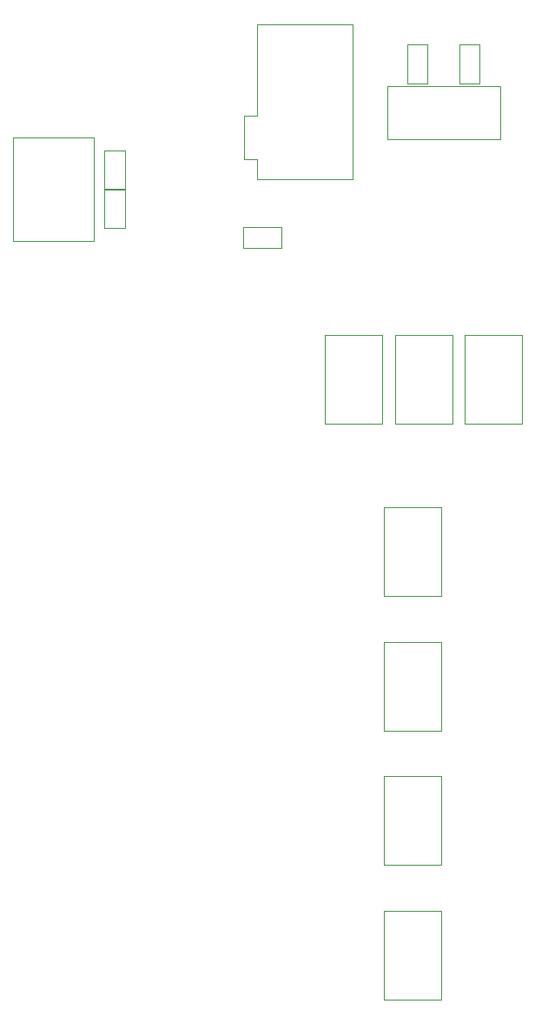
<source format=gbr>
G04*
G04 #@! TF.GenerationSoftware,Altium Limited,Altium Designer,24.2.2 (26)*
G04*
G04 Layer_Color=32768*
%FSLAX44Y44*%
%MOMM*%
G71*
G04*
G04 #@! TF.SameCoordinates,26981B9A-845B-47AF-AE02-24A449A504A3*
G04*
G04*
G04 #@! TF.FilePolarity,Positive*
G04*
G01*
G75*
%ADD53C,0.0500*%
%ADD54C,0.0508*%
D53*
X466800Y902520D02*
Y954520D01*
X356400D02*
X466800D01*
X356400Y902520D02*
Y954520D01*
Y902520D02*
X466800D01*
X70829Y803300D02*
Y904700D01*
X-8171Y803300D02*
X70829D01*
X-8171D02*
Y904700D01*
X70829D01*
X364100Y712550D02*
X419900D01*
X364100Y626250D02*
Y712550D01*
Y626250D02*
X419900D01*
Y712550D01*
X353100Y458182D02*
X408900D01*
Y544482D01*
X353100D02*
X408900D01*
X353100Y458182D02*
Y544482D01*
X229500Y926000D02*
Y1014399D01*
X217100Y926000D02*
X229500D01*
X217100Y882999D02*
Y926000D01*
Y882999D02*
X229500D01*
Y863999D02*
Y882999D01*
Y863999D02*
X322500D01*
X229500Y1014399D02*
X322500D01*
Y863999D02*
Y1014399D01*
X432100Y712550D02*
X487900D01*
X432100Y626250D02*
Y712550D01*
Y626250D02*
X487900D01*
Y712550D01*
X296100D02*
X351900D01*
X296100Y626250D02*
Y712550D01*
Y626250D02*
X351900D01*
Y712550D01*
X353100Y65662D02*
X408900D01*
Y151962D01*
X353100D02*
X408900D01*
X353100Y65662D02*
Y151962D01*
Y196502D02*
X408900D01*
Y282802D01*
X353100D02*
X408900D01*
X353100Y196502D02*
Y282802D01*
Y327342D02*
X408900D01*
Y413642D01*
X353100D02*
X408900D01*
X353100Y327342D02*
Y413642D01*
D54*
X81170Y854270D02*
Y891730D01*
X100830Y854270D02*
Y891730D01*
X81170Y854270D02*
X100830D01*
X81170Y891730D02*
X100830D01*
Y816270D02*
Y853730D01*
X81170Y816270D02*
Y853730D01*
X100830D01*
X81170Y816270D02*
X100830D01*
X395830Y957270D02*
Y994730D01*
X376170Y957270D02*
Y994730D01*
X395830D01*
X376170Y957270D02*
X395830D01*
X446830D02*
Y994730D01*
X427170Y957270D02*
Y994730D01*
X446830D01*
X427170Y957270D02*
X446830D01*
X216270Y816831D02*
X253730D01*
X216270Y797170D02*
X253730D01*
X216270D02*
Y816831D01*
X253730Y797170D02*
Y816831D01*
M02*

</source>
